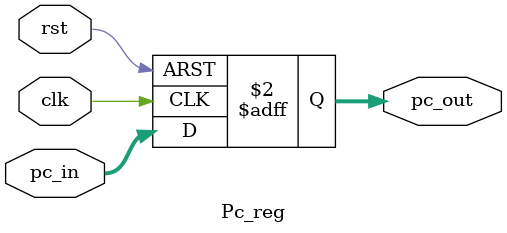
<source format=v>
`timescale 1ns/1ns
module Pc_reg(clk, rst, pc_in, pc_out);
    input clk, rst;
    input [31:0] pc_in;
    output reg[31:0] pc_out;

    always @(posedge clk, posedge rst) begin
        if(rst)
            pc_out <= 32'b0;
        else
            pc_out <= pc_in;
    end
endmodule
</source>
